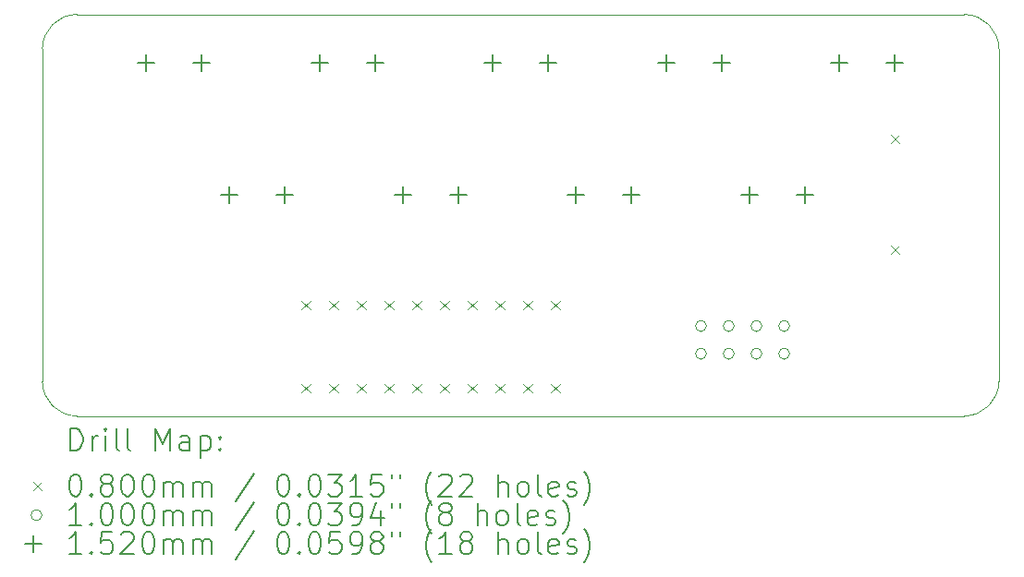
<source format=gbr>
%TF.GenerationSoftware,KiCad,Pcbnew,7.0.7*%
%TF.CreationDate,2023-09-28T15:42:40-05:00*%
%TF.ProjectId,iowa-rover-kiosk-lamps,696f7761-2d72-46f7-9665-722d6b696f73,rev?*%
%TF.SameCoordinates,Original*%
%TF.FileFunction,Drillmap*%
%TF.FilePolarity,Positive*%
%FSLAX45Y45*%
G04 Gerber Fmt 4.5, Leading zero omitted, Abs format (unit mm)*
G04 Created by KiCad (PCBNEW 7.0.7) date 2023-09-28 15:42:40*
%MOMM*%
%LPD*%
G01*
G04 APERTURE LIST*
%ADD10C,0.100000*%
%ADD11C,0.200000*%
%ADD12C,0.080000*%
%ADD13C,0.152000*%
G04 APERTURE END LIST*
D10*
X15875000Y-6667500D02*
G75*
G03*
X16192500Y-6350000I0J317500D01*
G01*
X16192500Y-3302000D02*
G75*
G03*
X15875000Y-2984500I-317500J0D01*
G01*
X15875000Y-2984500D02*
X7747000Y-2984500D01*
X7429500Y-6350000D02*
G75*
G03*
X7747000Y-6667500I317500J0D01*
G01*
X16192500Y-6350000D02*
X16192500Y-3302000D01*
X7747000Y-6667500D02*
X15875000Y-6667500D01*
X7747000Y-2984500D02*
G75*
G03*
X7429500Y-3302000I0J-317500D01*
G01*
X7429500Y-3302000D02*
X7429500Y-6350000D01*
D11*
D12*
X9802500Y-5611500D02*
X9882500Y-5691500D01*
X9882500Y-5611500D02*
X9802500Y-5691500D01*
X9802500Y-6373500D02*
X9882500Y-6453500D01*
X9882500Y-6373500D02*
X9802500Y-6453500D01*
X10056500Y-5611500D02*
X10136500Y-5691500D01*
X10136500Y-5611500D02*
X10056500Y-5691500D01*
X10056500Y-6373500D02*
X10136500Y-6453500D01*
X10136500Y-6373500D02*
X10056500Y-6453500D01*
X10310500Y-5611500D02*
X10390500Y-5691500D01*
X10390500Y-5611500D02*
X10310500Y-5691500D01*
X10310500Y-6373500D02*
X10390500Y-6453500D01*
X10390500Y-6373500D02*
X10310500Y-6453500D01*
X10564500Y-5611500D02*
X10644500Y-5691500D01*
X10644500Y-5611500D02*
X10564500Y-5691500D01*
X10564500Y-6373500D02*
X10644500Y-6453500D01*
X10644500Y-6373500D02*
X10564500Y-6453500D01*
X10818500Y-5611500D02*
X10898500Y-5691500D01*
X10898500Y-5611500D02*
X10818500Y-5691500D01*
X10818500Y-6373500D02*
X10898500Y-6453500D01*
X10898500Y-6373500D02*
X10818500Y-6453500D01*
X11072500Y-5611500D02*
X11152500Y-5691500D01*
X11152500Y-5611500D02*
X11072500Y-5691500D01*
X11072500Y-6373500D02*
X11152500Y-6453500D01*
X11152500Y-6373500D02*
X11072500Y-6453500D01*
X11326500Y-5611500D02*
X11406500Y-5691500D01*
X11406500Y-5611500D02*
X11326500Y-5691500D01*
X11326500Y-6373500D02*
X11406500Y-6453500D01*
X11406500Y-6373500D02*
X11326500Y-6453500D01*
X11580500Y-5611500D02*
X11660500Y-5691500D01*
X11660500Y-5611500D02*
X11580500Y-5691500D01*
X11580500Y-6373500D02*
X11660500Y-6453500D01*
X11660500Y-6373500D02*
X11580500Y-6453500D01*
X11834500Y-5611500D02*
X11914500Y-5691500D01*
X11914500Y-5611500D02*
X11834500Y-5691500D01*
X11834500Y-6373500D02*
X11914500Y-6453500D01*
X11914500Y-6373500D02*
X11834500Y-6453500D01*
X12088500Y-5611500D02*
X12168500Y-5691500D01*
X12168500Y-5611500D02*
X12088500Y-5691500D01*
X12088500Y-6373500D02*
X12168500Y-6453500D01*
X12168500Y-6373500D02*
X12088500Y-6453500D01*
X15200000Y-4087500D02*
X15280000Y-4167500D01*
X15280000Y-4087500D02*
X15200000Y-4167500D01*
X15200000Y-5103500D02*
X15280000Y-5183500D01*
X15280000Y-5103500D02*
X15200000Y-5183500D01*
D10*
X13513000Y-5842500D02*
G75*
G03*
X13513000Y-5842500I-50000J0D01*
G01*
X13513000Y-6096500D02*
G75*
G03*
X13513000Y-6096500I-50000J0D01*
G01*
X13767000Y-5842500D02*
G75*
G03*
X13767000Y-5842500I-50000J0D01*
G01*
X13767000Y-6096500D02*
G75*
G03*
X13767000Y-6096500I-50000J0D01*
G01*
X14021000Y-5842500D02*
G75*
G03*
X14021000Y-5842500I-50000J0D01*
G01*
X14021000Y-6096500D02*
G75*
G03*
X14021000Y-6096500I-50000J0D01*
G01*
X14275000Y-5842500D02*
G75*
G03*
X14275000Y-5842500I-50000J0D01*
G01*
X14275000Y-6096500D02*
G75*
G03*
X14275000Y-6096500I-50000J0D01*
G01*
D13*
X8382000Y-3353000D02*
X8382000Y-3505000D01*
X8306000Y-3429000D02*
X8458000Y-3429000D01*
X8890000Y-3353000D02*
X8890000Y-3505000D01*
X8814000Y-3429000D02*
X8966000Y-3429000D01*
X9144000Y-4559500D02*
X9144000Y-4711500D01*
X9068000Y-4635500D02*
X9220000Y-4635500D01*
X9652000Y-4559500D02*
X9652000Y-4711500D01*
X9576000Y-4635500D02*
X9728000Y-4635500D01*
X9969500Y-3353000D02*
X9969500Y-3505000D01*
X9893500Y-3429000D02*
X10045500Y-3429000D01*
X10477500Y-3353000D02*
X10477500Y-3505000D01*
X10401500Y-3429000D02*
X10553500Y-3429000D01*
X10731500Y-4559500D02*
X10731500Y-4711500D01*
X10655500Y-4635500D02*
X10807500Y-4635500D01*
X11239500Y-4559500D02*
X11239500Y-4711500D01*
X11163500Y-4635500D02*
X11315500Y-4635500D01*
X11557000Y-3353000D02*
X11557000Y-3505000D01*
X11481000Y-3429000D02*
X11633000Y-3429000D01*
X12065000Y-3353000D02*
X12065000Y-3505000D01*
X11989000Y-3429000D02*
X12141000Y-3429000D01*
X12319000Y-4559500D02*
X12319000Y-4711500D01*
X12243000Y-4635500D02*
X12395000Y-4635500D01*
X12827000Y-4559500D02*
X12827000Y-4711500D01*
X12751000Y-4635500D02*
X12903000Y-4635500D01*
X13144500Y-3353000D02*
X13144500Y-3505000D01*
X13068500Y-3429000D02*
X13220500Y-3429000D01*
X13652500Y-3353000D02*
X13652500Y-3505000D01*
X13576500Y-3429000D02*
X13728500Y-3429000D01*
X13906500Y-4559500D02*
X13906500Y-4711500D01*
X13830500Y-4635500D02*
X13982500Y-4635500D01*
X14414500Y-4559500D02*
X14414500Y-4711500D01*
X14338500Y-4635500D02*
X14490500Y-4635500D01*
X14732000Y-3353000D02*
X14732000Y-3505000D01*
X14656000Y-3429000D02*
X14808000Y-3429000D01*
X15240000Y-3353000D02*
X15240000Y-3505000D01*
X15164000Y-3429000D02*
X15316000Y-3429000D01*
D11*
X7685277Y-6983984D02*
X7685277Y-6783984D01*
X7685277Y-6783984D02*
X7732896Y-6783984D01*
X7732896Y-6783984D02*
X7761467Y-6793508D01*
X7761467Y-6793508D02*
X7780515Y-6812555D01*
X7780515Y-6812555D02*
X7790039Y-6831603D01*
X7790039Y-6831603D02*
X7799562Y-6869698D01*
X7799562Y-6869698D02*
X7799562Y-6898269D01*
X7799562Y-6898269D02*
X7790039Y-6936365D01*
X7790039Y-6936365D02*
X7780515Y-6955412D01*
X7780515Y-6955412D02*
X7761467Y-6974460D01*
X7761467Y-6974460D02*
X7732896Y-6983984D01*
X7732896Y-6983984D02*
X7685277Y-6983984D01*
X7885277Y-6983984D02*
X7885277Y-6850650D01*
X7885277Y-6888746D02*
X7894801Y-6869698D01*
X7894801Y-6869698D02*
X7904324Y-6860174D01*
X7904324Y-6860174D02*
X7923372Y-6850650D01*
X7923372Y-6850650D02*
X7942420Y-6850650D01*
X8009086Y-6983984D02*
X8009086Y-6850650D01*
X8009086Y-6783984D02*
X7999562Y-6793508D01*
X7999562Y-6793508D02*
X8009086Y-6803031D01*
X8009086Y-6803031D02*
X8018610Y-6793508D01*
X8018610Y-6793508D02*
X8009086Y-6783984D01*
X8009086Y-6783984D02*
X8009086Y-6803031D01*
X8132896Y-6983984D02*
X8113848Y-6974460D01*
X8113848Y-6974460D02*
X8104324Y-6955412D01*
X8104324Y-6955412D02*
X8104324Y-6783984D01*
X8237658Y-6983984D02*
X8218610Y-6974460D01*
X8218610Y-6974460D02*
X8209086Y-6955412D01*
X8209086Y-6955412D02*
X8209086Y-6783984D01*
X8466229Y-6983984D02*
X8466229Y-6783984D01*
X8466229Y-6783984D02*
X8532896Y-6926841D01*
X8532896Y-6926841D02*
X8599563Y-6783984D01*
X8599563Y-6783984D02*
X8599563Y-6983984D01*
X8780515Y-6983984D02*
X8780515Y-6879222D01*
X8780515Y-6879222D02*
X8770991Y-6860174D01*
X8770991Y-6860174D02*
X8751944Y-6850650D01*
X8751944Y-6850650D02*
X8713848Y-6850650D01*
X8713848Y-6850650D02*
X8694801Y-6860174D01*
X8780515Y-6974460D02*
X8761467Y-6983984D01*
X8761467Y-6983984D02*
X8713848Y-6983984D01*
X8713848Y-6983984D02*
X8694801Y-6974460D01*
X8694801Y-6974460D02*
X8685277Y-6955412D01*
X8685277Y-6955412D02*
X8685277Y-6936365D01*
X8685277Y-6936365D02*
X8694801Y-6917317D01*
X8694801Y-6917317D02*
X8713848Y-6907793D01*
X8713848Y-6907793D02*
X8761467Y-6907793D01*
X8761467Y-6907793D02*
X8780515Y-6898269D01*
X8875753Y-6850650D02*
X8875753Y-7050650D01*
X8875753Y-6860174D02*
X8894801Y-6850650D01*
X8894801Y-6850650D02*
X8932896Y-6850650D01*
X8932896Y-6850650D02*
X8951944Y-6860174D01*
X8951944Y-6860174D02*
X8961467Y-6869698D01*
X8961467Y-6869698D02*
X8970991Y-6888746D01*
X8970991Y-6888746D02*
X8970991Y-6945888D01*
X8970991Y-6945888D02*
X8961467Y-6964936D01*
X8961467Y-6964936D02*
X8951944Y-6974460D01*
X8951944Y-6974460D02*
X8932896Y-6983984D01*
X8932896Y-6983984D02*
X8894801Y-6983984D01*
X8894801Y-6983984D02*
X8875753Y-6974460D01*
X9056705Y-6964936D02*
X9066229Y-6974460D01*
X9066229Y-6974460D02*
X9056705Y-6983984D01*
X9056705Y-6983984D02*
X9047182Y-6974460D01*
X9047182Y-6974460D02*
X9056705Y-6964936D01*
X9056705Y-6964936D02*
X9056705Y-6983984D01*
X9056705Y-6860174D02*
X9066229Y-6869698D01*
X9066229Y-6869698D02*
X9056705Y-6879222D01*
X9056705Y-6879222D02*
X9047182Y-6869698D01*
X9047182Y-6869698D02*
X9056705Y-6860174D01*
X9056705Y-6860174D02*
X9056705Y-6879222D01*
D12*
X7344500Y-7272500D02*
X7424500Y-7352500D01*
X7424500Y-7272500D02*
X7344500Y-7352500D01*
D11*
X7723372Y-7203984D02*
X7742420Y-7203984D01*
X7742420Y-7203984D02*
X7761467Y-7213508D01*
X7761467Y-7213508D02*
X7770991Y-7223031D01*
X7770991Y-7223031D02*
X7780515Y-7242079D01*
X7780515Y-7242079D02*
X7790039Y-7280174D01*
X7790039Y-7280174D02*
X7790039Y-7327793D01*
X7790039Y-7327793D02*
X7780515Y-7365888D01*
X7780515Y-7365888D02*
X7770991Y-7384936D01*
X7770991Y-7384936D02*
X7761467Y-7394460D01*
X7761467Y-7394460D02*
X7742420Y-7403984D01*
X7742420Y-7403984D02*
X7723372Y-7403984D01*
X7723372Y-7403984D02*
X7704324Y-7394460D01*
X7704324Y-7394460D02*
X7694801Y-7384936D01*
X7694801Y-7384936D02*
X7685277Y-7365888D01*
X7685277Y-7365888D02*
X7675753Y-7327793D01*
X7675753Y-7327793D02*
X7675753Y-7280174D01*
X7675753Y-7280174D02*
X7685277Y-7242079D01*
X7685277Y-7242079D02*
X7694801Y-7223031D01*
X7694801Y-7223031D02*
X7704324Y-7213508D01*
X7704324Y-7213508D02*
X7723372Y-7203984D01*
X7875753Y-7384936D02*
X7885277Y-7394460D01*
X7885277Y-7394460D02*
X7875753Y-7403984D01*
X7875753Y-7403984D02*
X7866229Y-7394460D01*
X7866229Y-7394460D02*
X7875753Y-7384936D01*
X7875753Y-7384936D02*
X7875753Y-7403984D01*
X7999562Y-7289698D02*
X7980515Y-7280174D01*
X7980515Y-7280174D02*
X7970991Y-7270650D01*
X7970991Y-7270650D02*
X7961467Y-7251603D01*
X7961467Y-7251603D02*
X7961467Y-7242079D01*
X7961467Y-7242079D02*
X7970991Y-7223031D01*
X7970991Y-7223031D02*
X7980515Y-7213508D01*
X7980515Y-7213508D02*
X7999562Y-7203984D01*
X7999562Y-7203984D02*
X8037658Y-7203984D01*
X8037658Y-7203984D02*
X8056705Y-7213508D01*
X8056705Y-7213508D02*
X8066229Y-7223031D01*
X8066229Y-7223031D02*
X8075753Y-7242079D01*
X8075753Y-7242079D02*
X8075753Y-7251603D01*
X8075753Y-7251603D02*
X8066229Y-7270650D01*
X8066229Y-7270650D02*
X8056705Y-7280174D01*
X8056705Y-7280174D02*
X8037658Y-7289698D01*
X8037658Y-7289698D02*
X7999562Y-7289698D01*
X7999562Y-7289698D02*
X7980515Y-7299222D01*
X7980515Y-7299222D02*
X7970991Y-7308746D01*
X7970991Y-7308746D02*
X7961467Y-7327793D01*
X7961467Y-7327793D02*
X7961467Y-7365888D01*
X7961467Y-7365888D02*
X7970991Y-7384936D01*
X7970991Y-7384936D02*
X7980515Y-7394460D01*
X7980515Y-7394460D02*
X7999562Y-7403984D01*
X7999562Y-7403984D02*
X8037658Y-7403984D01*
X8037658Y-7403984D02*
X8056705Y-7394460D01*
X8056705Y-7394460D02*
X8066229Y-7384936D01*
X8066229Y-7384936D02*
X8075753Y-7365888D01*
X8075753Y-7365888D02*
X8075753Y-7327793D01*
X8075753Y-7327793D02*
X8066229Y-7308746D01*
X8066229Y-7308746D02*
X8056705Y-7299222D01*
X8056705Y-7299222D02*
X8037658Y-7289698D01*
X8199562Y-7203984D02*
X8218610Y-7203984D01*
X8218610Y-7203984D02*
X8237658Y-7213508D01*
X8237658Y-7213508D02*
X8247182Y-7223031D01*
X8247182Y-7223031D02*
X8256705Y-7242079D01*
X8256705Y-7242079D02*
X8266229Y-7280174D01*
X8266229Y-7280174D02*
X8266229Y-7327793D01*
X8266229Y-7327793D02*
X8256705Y-7365888D01*
X8256705Y-7365888D02*
X8247182Y-7384936D01*
X8247182Y-7384936D02*
X8237658Y-7394460D01*
X8237658Y-7394460D02*
X8218610Y-7403984D01*
X8218610Y-7403984D02*
X8199562Y-7403984D01*
X8199562Y-7403984D02*
X8180515Y-7394460D01*
X8180515Y-7394460D02*
X8170991Y-7384936D01*
X8170991Y-7384936D02*
X8161467Y-7365888D01*
X8161467Y-7365888D02*
X8151943Y-7327793D01*
X8151943Y-7327793D02*
X8151943Y-7280174D01*
X8151943Y-7280174D02*
X8161467Y-7242079D01*
X8161467Y-7242079D02*
X8170991Y-7223031D01*
X8170991Y-7223031D02*
X8180515Y-7213508D01*
X8180515Y-7213508D02*
X8199562Y-7203984D01*
X8390039Y-7203984D02*
X8409086Y-7203984D01*
X8409086Y-7203984D02*
X8428134Y-7213508D01*
X8428134Y-7213508D02*
X8437658Y-7223031D01*
X8437658Y-7223031D02*
X8447182Y-7242079D01*
X8447182Y-7242079D02*
X8456705Y-7280174D01*
X8456705Y-7280174D02*
X8456705Y-7327793D01*
X8456705Y-7327793D02*
X8447182Y-7365888D01*
X8447182Y-7365888D02*
X8437658Y-7384936D01*
X8437658Y-7384936D02*
X8428134Y-7394460D01*
X8428134Y-7394460D02*
X8409086Y-7403984D01*
X8409086Y-7403984D02*
X8390039Y-7403984D01*
X8390039Y-7403984D02*
X8370991Y-7394460D01*
X8370991Y-7394460D02*
X8361467Y-7384936D01*
X8361467Y-7384936D02*
X8351943Y-7365888D01*
X8351943Y-7365888D02*
X8342420Y-7327793D01*
X8342420Y-7327793D02*
X8342420Y-7280174D01*
X8342420Y-7280174D02*
X8351943Y-7242079D01*
X8351943Y-7242079D02*
X8361467Y-7223031D01*
X8361467Y-7223031D02*
X8370991Y-7213508D01*
X8370991Y-7213508D02*
X8390039Y-7203984D01*
X8542420Y-7403984D02*
X8542420Y-7270650D01*
X8542420Y-7289698D02*
X8551944Y-7280174D01*
X8551944Y-7280174D02*
X8570991Y-7270650D01*
X8570991Y-7270650D02*
X8599563Y-7270650D01*
X8599563Y-7270650D02*
X8618610Y-7280174D01*
X8618610Y-7280174D02*
X8628134Y-7299222D01*
X8628134Y-7299222D02*
X8628134Y-7403984D01*
X8628134Y-7299222D02*
X8637658Y-7280174D01*
X8637658Y-7280174D02*
X8656705Y-7270650D01*
X8656705Y-7270650D02*
X8685277Y-7270650D01*
X8685277Y-7270650D02*
X8704325Y-7280174D01*
X8704325Y-7280174D02*
X8713848Y-7299222D01*
X8713848Y-7299222D02*
X8713848Y-7403984D01*
X8809086Y-7403984D02*
X8809086Y-7270650D01*
X8809086Y-7289698D02*
X8818610Y-7280174D01*
X8818610Y-7280174D02*
X8837658Y-7270650D01*
X8837658Y-7270650D02*
X8866229Y-7270650D01*
X8866229Y-7270650D02*
X8885277Y-7280174D01*
X8885277Y-7280174D02*
X8894801Y-7299222D01*
X8894801Y-7299222D02*
X8894801Y-7403984D01*
X8894801Y-7299222D02*
X8904325Y-7280174D01*
X8904325Y-7280174D02*
X8923372Y-7270650D01*
X8923372Y-7270650D02*
X8951944Y-7270650D01*
X8951944Y-7270650D02*
X8970991Y-7280174D01*
X8970991Y-7280174D02*
X8980515Y-7299222D01*
X8980515Y-7299222D02*
X8980515Y-7403984D01*
X9370991Y-7194460D02*
X9199563Y-7451603D01*
X9628134Y-7203984D02*
X9647182Y-7203984D01*
X9647182Y-7203984D02*
X9666229Y-7213508D01*
X9666229Y-7213508D02*
X9675753Y-7223031D01*
X9675753Y-7223031D02*
X9685277Y-7242079D01*
X9685277Y-7242079D02*
X9694801Y-7280174D01*
X9694801Y-7280174D02*
X9694801Y-7327793D01*
X9694801Y-7327793D02*
X9685277Y-7365888D01*
X9685277Y-7365888D02*
X9675753Y-7384936D01*
X9675753Y-7384936D02*
X9666229Y-7394460D01*
X9666229Y-7394460D02*
X9647182Y-7403984D01*
X9647182Y-7403984D02*
X9628134Y-7403984D01*
X9628134Y-7403984D02*
X9609087Y-7394460D01*
X9609087Y-7394460D02*
X9599563Y-7384936D01*
X9599563Y-7384936D02*
X9590039Y-7365888D01*
X9590039Y-7365888D02*
X9580515Y-7327793D01*
X9580515Y-7327793D02*
X9580515Y-7280174D01*
X9580515Y-7280174D02*
X9590039Y-7242079D01*
X9590039Y-7242079D02*
X9599563Y-7223031D01*
X9599563Y-7223031D02*
X9609087Y-7213508D01*
X9609087Y-7213508D02*
X9628134Y-7203984D01*
X9780515Y-7384936D02*
X9790039Y-7394460D01*
X9790039Y-7394460D02*
X9780515Y-7403984D01*
X9780515Y-7403984D02*
X9770991Y-7394460D01*
X9770991Y-7394460D02*
X9780515Y-7384936D01*
X9780515Y-7384936D02*
X9780515Y-7403984D01*
X9913848Y-7203984D02*
X9932896Y-7203984D01*
X9932896Y-7203984D02*
X9951944Y-7213508D01*
X9951944Y-7213508D02*
X9961468Y-7223031D01*
X9961468Y-7223031D02*
X9970991Y-7242079D01*
X9970991Y-7242079D02*
X9980515Y-7280174D01*
X9980515Y-7280174D02*
X9980515Y-7327793D01*
X9980515Y-7327793D02*
X9970991Y-7365888D01*
X9970991Y-7365888D02*
X9961468Y-7384936D01*
X9961468Y-7384936D02*
X9951944Y-7394460D01*
X9951944Y-7394460D02*
X9932896Y-7403984D01*
X9932896Y-7403984D02*
X9913848Y-7403984D01*
X9913848Y-7403984D02*
X9894801Y-7394460D01*
X9894801Y-7394460D02*
X9885277Y-7384936D01*
X9885277Y-7384936D02*
X9875753Y-7365888D01*
X9875753Y-7365888D02*
X9866229Y-7327793D01*
X9866229Y-7327793D02*
X9866229Y-7280174D01*
X9866229Y-7280174D02*
X9875753Y-7242079D01*
X9875753Y-7242079D02*
X9885277Y-7223031D01*
X9885277Y-7223031D02*
X9894801Y-7213508D01*
X9894801Y-7213508D02*
X9913848Y-7203984D01*
X10047182Y-7203984D02*
X10170991Y-7203984D01*
X10170991Y-7203984D02*
X10104325Y-7280174D01*
X10104325Y-7280174D02*
X10132896Y-7280174D01*
X10132896Y-7280174D02*
X10151944Y-7289698D01*
X10151944Y-7289698D02*
X10161468Y-7299222D01*
X10161468Y-7299222D02*
X10170991Y-7318269D01*
X10170991Y-7318269D02*
X10170991Y-7365888D01*
X10170991Y-7365888D02*
X10161468Y-7384936D01*
X10161468Y-7384936D02*
X10151944Y-7394460D01*
X10151944Y-7394460D02*
X10132896Y-7403984D01*
X10132896Y-7403984D02*
X10075753Y-7403984D01*
X10075753Y-7403984D02*
X10056706Y-7394460D01*
X10056706Y-7394460D02*
X10047182Y-7384936D01*
X10361468Y-7403984D02*
X10247182Y-7403984D01*
X10304325Y-7403984D02*
X10304325Y-7203984D01*
X10304325Y-7203984D02*
X10285277Y-7232555D01*
X10285277Y-7232555D02*
X10266229Y-7251603D01*
X10266229Y-7251603D02*
X10247182Y-7261127D01*
X10542420Y-7203984D02*
X10447182Y-7203984D01*
X10447182Y-7203984D02*
X10437658Y-7299222D01*
X10437658Y-7299222D02*
X10447182Y-7289698D01*
X10447182Y-7289698D02*
X10466229Y-7280174D01*
X10466229Y-7280174D02*
X10513849Y-7280174D01*
X10513849Y-7280174D02*
X10532896Y-7289698D01*
X10532896Y-7289698D02*
X10542420Y-7299222D01*
X10542420Y-7299222D02*
X10551944Y-7318269D01*
X10551944Y-7318269D02*
X10551944Y-7365888D01*
X10551944Y-7365888D02*
X10542420Y-7384936D01*
X10542420Y-7384936D02*
X10532896Y-7394460D01*
X10532896Y-7394460D02*
X10513849Y-7403984D01*
X10513849Y-7403984D02*
X10466229Y-7403984D01*
X10466229Y-7403984D02*
X10447182Y-7394460D01*
X10447182Y-7394460D02*
X10437658Y-7384936D01*
X10628134Y-7203984D02*
X10628134Y-7242079D01*
X10704325Y-7203984D02*
X10704325Y-7242079D01*
X10999563Y-7480174D02*
X10990039Y-7470650D01*
X10990039Y-7470650D02*
X10970991Y-7442079D01*
X10970991Y-7442079D02*
X10961468Y-7423031D01*
X10961468Y-7423031D02*
X10951944Y-7394460D01*
X10951944Y-7394460D02*
X10942420Y-7346841D01*
X10942420Y-7346841D02*
X10942420Y-7308746D01*
X10942420Y-7308746D02*
X10951944Y-7261127D01*
X10951944Y-7261127D02*
X10961468Y-7232555D01*
X10961468Y-7232555D02*
X10970991Y-7213508D01*
X10970991Y-7213508D02*
X10990039Y-7184936D01*
X10990039Y-7184936D02*
X10999563Y-7175412D01*
X11066230Y-7223031D02*
X11075753Y-7213508D01*
X11075753Y-7213508D02*
X11094801Y-7203984D01*
X11094801Y-7203984D02*
X11142420Y-7203984D01*
X11142420Y-7203984D02*
X11161468Y-7213508D01*
X11161468Y-7213508D02*
X11170991Y-7223031D01*
X11170991Y-7223031D02*
X11180515Y-7242079D01*
X11180515Y-7242079D02*
X11180515Y-7261127D01*
X11180515Y-7261127D02*
X11170991Y-7289698D01*
X11170991Y-7289698D02*
X11056706Y-7403984D01*
X11056706Y-7403984D02*
X11180515Y-7403984D01*
X11256706Y-7223031D02*
X11266229Y-7213508D01*
X11266229Y-7213508D02*
X11285277Y-7203984D01*
X11285277Y-7203984D02*
X11332896Y-7203984D01*
X11332896Y-7203984D02*
X11351944Y-7213508D01*
X11351944Y-7213508D02*
X11361468Y-7223031D01*
X11361468Y-7223031D02*
X11370991Y-7242079D01*
X11370991Y-7242079D02*
X11370991Y-7261127D01*
X11370991Y-7261127D02*
X11361468Y-7289698D01*
X11361468Y-7289698D02*
X11247182Y-7403984D01*
X11247182Y-7403984D02*
X11370991Y-7403984D01*
X11609087Y-7403984D02*
X11609087Y-7203984D01*
X11694801Y-7403984D02*
X11694801Y-7299222D01*
X11694801Y-7299222D02*
X11685277Y-7280174D01*
X11685277Y-7280174D02*
X11666230Y-7270650D01*
X11666230Y-7270650D02*
X11637658Y-7270650D01*
X11637658Y-7270650D02*
X11618610Y-7280174D01*
X11618610Y-7280174D02*
X11609087Y-7289698D01*
X11818610Y-7403984D02*
X11799563Y-7394460D01*
X11799563Y-7394460D02*
X11790039Y-7384936D01*
X11790039Y-7384936D02*
X11780515Y-7365888D01*
X11780515Y-7365888D02*
X11780515Y-7308746D01*
X11780515Y-7308746D02*
X11790039Y-7289698D01*
X11790039Y-7289698D02*
X11799563Y-7280174D01*
X11799563Y-7280174D02*
X11818610Y-7270650D01*
X11818610Y-7270650D02*
X11847182Y-7270650D01*
X11847182Y-7270650D02*
X11866230Y-7280174D01*
X11866230Y-7280174D02*
X11875753Y-7289698D01*
X11875753Y-7289698D02*
X11885277Y-7308746D01*
X11885277Y-7308746D02*
X11885277Y-7365888D01*
X11885277Y-7365888D02*
X11875753Y-7384936D01*
X11875753Y-7384936D02*
X11866230Y-7394460D01*
X11866230Y-7394460D02*
X11847182Y-7403984D01*
X11847182Y-7403984D02*
X11818610Y-7403984D01*
X11999563Y-7403984D02*
X11980515Y-7394460D01*
X11980515Y-7394460D02*
X11970991Y-7375412D01*
X11970991Y-7375412D02*
X11970991Y-7203984D01*
X12151944Y-7394460D02*
X12132896Y-7403984D01*
X12132896Y-7403984D02*
X12094801Y-7403984D01*
X12094801Y-7403984D02*
X12075753Y-7394460D01*
X12075753Y-7394460D02*
X12066230Y-7375412D01*
X12066230Y-7375412D02*
X12066230Y-7299222D01*
X12066230Y-7299222D02*
X12075753Y-7280174D01*
X12075753Y-7280174D02*
X12094801Y-7270650D01*
X12094801Y-7270650D02*
X12132896Y-7270650D01*
X12132896Y-7270650D02*
X12151944Y-7280174D01*
X12151944Y-7280174D02*
X12161468Y-7299222D01*
X12161468Y-7299222D02*
X12161468Y-7318269D01*
X12161468Y-7318269D02*
X12066230Y-7337317D01*
X12237658Y-7394460D02*
X12256706Y-7403984D01*
X12256706Y-7403984D02*
X12294801Y-7403984D01*
X12294801Y-7403984D02*
X12313849Y-7394460D01*
X12313849Y-7394460D02*
X12323372Y-7375412D01*
X12323372Y-7375412D02*
X12323372Y-7365888D01*
X12323372Y-7365888D02*
X12313849Y-7346841D01*
X12313849Y-7346841D02*
X12294801Y-7337317D01*
X12294801Y-7337317D02*
X12266230Y-7337317D01*
X12266230Y-7337317D02*
X12247182Y-7327793D01*
X12247182Y-7327793D02*
X12237658Y-7308746D01*
X12237658Y-7308746D02*
X12237658Y-7299222D01*
X12237658Y-7299222D02*
X12247182Y-7280174D01*
X12247182Y-7280174D02*
X12266230Y-7270650D01*
X12266230Y-7270650D02*
X12294801Y-7270650D01*
X12294801Y-7270650D02*
X12313849Y-7280174D01*
X12390039Y-7480174D02*
X12399563Y-7470650D01*
X12399563Y-7470650D02*
X12418611Y-7442079D01*
X12418611Y-7442079D02*
X12428134Y-7423031D01*
X12428134Y-7423031D02*
X12437658Y-7394460D01*
X12437658Y-7394460D02*
X12447182Y-7346841D01*
X12447182Y-7346841D02*
X12447182Y-7308746D01*
X12447182Y-7308746D02*
X12437658Y-7261127D01*
X12437658Y-7261127D02*
X12428134Y-7232555D01*
X12428134Y-7232555D02*
X12418611Y-7213508D01*
X12418611Y-7213508D02*
X12399563Y-7184936D01*
X12399563Y-7184936D02*
X12390039Y-7175412D01*
D10*
X7424500Y-7576500D02*
G75*
G03*
X7424500Y-7576500I-50000J0D01*
G01*
D11*
X7790039Y-7667984D02*
X7675753Y-7667984D01*
X7732896Y-7667984D02*
X7732896Y-7467984D01*
X7732896Y-7467984D02*
X7713848Y-7496555D01*
X7713848Y-7496555D02*
X7694801Y-7515603D01*
X7694801Y-7515603D02*
X7675753Y-7525127D01*
X7875753Y-7648936D02*
X7885277Y-7658460D01*
X7885277Y-7658460D02*
X7875753Y-7667984D01*
X7875753Y-7667984D02*
X7866229Y-7658460D01*
X7866229Y-7658460D02*
X7875753Y-7648936D01*
X7875753Y-7648936D02*
X7875753Y-7667984D01*
X8009086Y-7467984D02*
X8028134Y-7467984D01*
X8028134Y-7467984D02*
X8047182Y-7477508D01*
X8047182Y-7477508D02*
X8056705Y-7487031D01*
X8056705Y-7487031D02*
X8066229Y-7506079D01*
X8066229Y-7506079D02*
X8075753Y-7544174D01*
X8075753Y-7544174D02*
X8075753Y-7591793D01*
X8075753Y-7591793D02*
X8066229Y-7629888D01*
X8066229Y-7629888D02*
X8056705Y-7648936D01*
X8056705Y-7648936D02*
X8047182Y-7658460D01*
X8047182Y-7658460D02*
X8028134Y-7667984D01*
X8028134Y-7667984D02*
X8009086Y-7667984D01*
X8009086Y-7667984D02*
X7990039Y-7658460D01*
X7990039Y-7658460D02*
X7980515Y-7648936D01*
X7980515Y-7648936D02*
X7970991Y-7629888D01*
X7970991Y-7629888D02*
X7961467Y-7591793D01*
X7961467Y-7591793D02*
X7961467Y-7544174D01*
X7961467Y-7544174D02*
X7970991Y-7506079D01*
X7970991Y-7506079D02*
X7980515Y-7487031D01*
X7980515Y-7487031D02*
X7990039Y-7477508D01*
X7990039Y-7477508D02*
X8009086Y-7467984D01*
X8199562Y-7467984D02*
X8218610Y-7467984D01*
X8218610Y-7467984D02*
X8237658Y-7477508D01*
X8237658Y-7477508D02*
X8247182Y-7487031D01*
X8247182Y-7487031D02*
X8256705Y-7506079D01*
X8256705Y-7506079D02*
X8266229Y-7544174D01*
X8266229Y-7544174D02*
X8266229Y-7591793D01*
X8266229Y-7591793D02*
X8256705Y-7629888D01*
X8256705Y-7629888D02*
X8247182Y-7648936D01*
X8247182Y-7648936D02*
X8237658Y-7658460D01*
X8237658Y-7658460D02*
X8218610Y-7667984D01*
X8218610Y-7667984D02*
X8199562Y-7667984D01*
X8199562Y-7667984D02*
X8180515Y-7658460D01*
X8180515Y-7658460D02*
X8170991Y-7648936D01*
X8170991Y-7648936D02*
X8161467Y-7629888D01*
X8161467Y-7629888D02*
X8151943Y-7591793D01*
X8151943Y-7591793D02*
X8151943Y-7544174D01*
X8151943Y-7544174D02*
X8161467Y-7506079D01*
X8161467Y-7506079D02*
X8170991Y-7487031D01*
X8170991Y-7487031D02*
X8180515Y-7477508D01*
X8180515Y-7477508D02*
X8199562Y-7467984D01*
X8390039Y-7467984D02*
X8409086Y-7467984D01*
X8409086Y-7467984D02*
X8428134Y-7477508D01*
X8428134Y-7477508D02*
X8437658Y-7487031D01*
X8437658Y-7487031D02*
X8447182Y-7506079D01*
X8447182Y-7506079D02*
X8456705Y-7544174D01*
X8456705Y-7544174D02*
X8456705Y-7591793D01*
X8456705Y-7591793D02*
X8447182Y-7629888D01*
X8447182Y-7629888D02*
X8437658Y-7648936D01*
X8437658Y-7648936D02*
X8428134Y-7658460D01*
X8428134Y-7658460D02*
X8409086Y-7667984D01*
X8409086Y-7667984D02*
X8390039Y-7667984D01*
X8390039Y-7667984D02*
X8370991Y-7658460D01*
X8370991Y-7658460D02*
X8361467Y-7648936D01*
X8361467Y-7648936D02*
X8351943Y-7629888D01*
X8351943Y-7629888D02*
X8342420Y-7591793D01*
X8342420Y-7591793D02*
X8342420Y-7544174D01*
X8342420Y-7544174D02*
X8351943Y-7506079D01*
X8351943Y-7506079D02*
X8361467Y-7487031D01*
X8361467Y-7487031D02*
X8370991Y-7477508D01*
X8370991Y-7477508D02*
X8390039Y-7467984D01*
X8542420Y-7667984D02*
X8542420Y-7534650D01*
X8542420Y-7553698D02*
X8551944Y-7544174D01*
X8551944Y-7544174D02*
X8570991Y-7534650D01*
X8570991Y-7534650D02*
X8599563Y-7534650D01*
X8599563Y-7534650D02*
X8618610Y-7544174D01*
X8618610Y-7544174D02*
X8628134Y-7563222D01*
X8628134Y-7563222D02*
X8628134Y-7667984D01*
X8628134Y-7563222D02*
X8637658Y-7544174D01*
X8637658Y-7544174D02*
X8656705Y-7534650D01*
X8656705Y-7534650D02*
X8685277Y-7534650D01*
X8685277Y-7534650D02*
X8704325Y-7544174D01*
X8704325Y-7544174D02*
X8713848Y-7563222D01*
X8713848Y-7563222D02*
X8713848Y-7667984D01*
X8809086Y-7667984D02*
X8809086Y-7534650D01*
X8809086Y-7553698D02*
X8818610Y-7544174D01*
X8818610Y-7544174D02*
X8837658Y-7534650D01*
X8837658Y-7534650D02*
X8866229Y-7534650D01*
X8866229Y-7534650D02*
X8885277Y-7544174D01*
X8885277Y-7544174D02*
X8894801Y-7563222D01*
X8894801Y-7563222D02*
X8894801Y-7667984D01*
X8894801Y-7563222D02*
X8904325Y-7544174D01*
X8904325Y-7544174D02*
X8923372Y-7534650D01*
X8923372Y-7534650D02*
X8951944Y-7534650D01*
X8951944Y-7534650D02*
X8970991Y-7544174D01*
X8970991Y-7544174D02*
X8980515Y-7563222D01*
X8980515Y-7563222D02*
X8980515Y-7667984D01*
X9370991Y-7458460D02*
X9199563Y-7715603D01*
X9628134Y-7467984D02*
X9647182Y-7467984D01*
X9647182Y-7467984D02*
X9666229Y-7477508D01*
X9666229Y-7477508D02*
X9675753Y-7487031D01*
X9675753Y-7487031D02*
X9685277Y-7506079D01*
X9685277Y-7506079D02*
X9694801Y-7544174D01*
X9694801Y-7544174D02*
X9694801Y-7591793D01*
X9694801Y-7591793D02*
X9685277Y-7629888D01*
X9685277Y-7629888D02*
X9675753Y-7648936D01*
X9675753Y-7648936D02*
X9666229Y-7658460D01*
X9666229Y-7658460D02*
X9647182Y-7667984D01*
X9647182Y-7667984D02*
X9628134Y-7667984D01*
X9628134Y-7667984D02*
X9609087Y-7658460D01*
X9609087Y-7658460D02*
X9599563Y-7648936D01*
X9599563Y-7648936D02*
X9590039Y-7629888D01*
X9590039Y-7629888D02*
X9580515Y-7591793D01*
X9580515Y-7591793D02*
X9580515Y-7544174D01*
X9580515Y-7544174D02*
X9590039Y-7506079D01*
X9590039Y-7506079D02*
X9599563Y-7487031D01*
X9599563Y-7487031D02*
X9609087Y-7477508D01*
X9609087Y-7477508D02*
X9628134Y-7467984D01*
X9780515Y-7648936D02*
X9790039Y-7658460D01*
X9790039Y-7658460D02*
X9780515Y-7667984D01*
X9780515Y-7667984D02*
X9770991Y-7658460D01*
X9770991Y-7658460D02*
X9780515Y-7648936D01*
X9780515Y-7648936D02*
X9780515Y-7667984D01*
X9913848Y-7467984D02*
X9932896Y-7467984D01*
X9932896Y-7467984D02*
X9951944Y-7477508D01*
X9951944Y-7477508D02*
X9961468Y-7487031D01*
X9961468Y-7487031D02*
X9970991Y-7506079D01*
X9970991Y-7506079D02*
X9980515Y-7544174D01*
X9980515Y-7544174D02*
X9980515Y-7591793D01*
X9980515Y-7591793D02*
X9970991Y-7629888D01*
X9970991Y-7629888D02*
X9961468Y-7648936D01*
X9961468Y-7648936D02*
X9951944Y-7658460D01*
X9951944Y-7658460D02*
X9932896Y-7667984D01*
X9932896Y-7667984D02*
X9913848Y-7667984D01*
X9913848Y-7667984D02*
X9894801Y-7658460D01*
X9894801Y-7658460D02*
X9885277Y-7648936D01*
X9885277Y-7648936D02*
X9875753Y-7629888D01*
X9875753Y-7629888D02*
X9866229Y-7591793D01*
X9866229Y-7591793D02*
X9866229Y-7544174D01*
X9866229Y-7544174D02*
X9875753Y-7506079D01*
X9875753Y-7506079D02*
X9885277Y-7487031D01*
X9885277Y-7487031D02*
X9894801Y-7477508D01*
X9894801Y-7477508D02*
X9913848Y-7467984D01*
X10047182Y-7467984D02*
X10170991Y-7467984D01*
X10170991Y-7467984D02*
X10104325Y-7544174D01*
X10104325Y-7544174D02*
X10132896Y-7544174D01*
X10132896Y-7544174D02*
X10151944Y-7553698D01*
X10151944Y-7553698D02*
X10161468Y-7563222D01*
X10161468Y-7563222D02*
X10170991Y-7582269D01*
X10170991Y-7582269D02*
X10170991Y-7629888D01*
X10170991Y-7629888D02*
X10161468Y-7648936D01*
X10161468Y-7648936D02*
X10151944Y-7658460D01*
X10151944Y-7658460D02*
X10132896Y-7667984D01*
X10132896Y-7667984D02*
X10075753Y-7667984D01*
X10075753Y-7667984D02*
X10056706Y-7658460D01*
X10056706Y-7658460D02*
X10047182Y-7648936D01*
X10266229Y-7667984D02*
X10304325Y-7667984D01*
X10304325Y-7667984D02*
X10323372Y-7658460D01*
X10323372Y-7658460D02*
X10332896Y-7648936D01*
X10332896Y-7648936D02*
X10351944Y-7620365D01*
X10351944Y-7620365D02*
X10361468Y-7582269D01*
X10361468Y-7582269D02*
X10361468Y-7506079D01*
X10361468Y-7506079D02*
X10351944Y-7487031D01*
X10351944Y-7487031D02*
X10342420Y-7477508D01*
X10342420Y-7477508D02*
X10323372Y-7467984D01*
X10323372Y-7467984D02*
X10285277Y-7467984D01*
X10285277Y-7467984D02*
X10266229Y-7477508D01*
X10266229Y-7477508D02*
X10256706Y-7487031D01*
X10256706Y-7487031D02*
X10247182Y-7506079D01*
X10247182Y-7506079D02*
X10247182Y-7553698D01*
X10247182Y-7553698D02*
X10256706Y-7572746D01*
X10256706Y-7572746D02*
X10266229Y-7582269D01*
X10266229Y-7582269D02*
X10285277Y-7591793D01*
X10285277Y-7591793D02*
X10323372Y-7591793D01*
X10323372Y-7591793D02*
X10342420Y-7582269D01*
X10342420Y-7582269D02*
X10351944Y-7572746D01*
X10351944Y-7572746D02*
X10361468Y-7553698D01*
X10532896Y-7534650D02*
X10532896Y-7667984D01*
X10485277Y-7458460D02*
X10437658Y-7601317D01*
X10437658Y-7601317D02*
X10561468Y-7601317D01*
X10628134Y-7467984D02*
X10628134Y-7506079D01*
X10704325Y-7467984D02*
X10704325Y-7506079D01*
X10999563Y-7744174D02*
X10990039Y-7734650D01*
X10990039Y-7734650D02*
X10970991Y-7706079D01*
X10970991Y-7706079D02*
X10961468Y-7687031D01*
X10961468Y-7687031D02*
X10951944Y-7658460D01*
X10951944Y-7658460D02*
X10942420Y-7610841D01*
X10942420Y-7610841D02*
X10942420Y-7572746D01*
X10942420Y-7572746D02*
X10951944Y-7525127D01*
X10951944Y-7525127D02*
X10961468Y-7496555D01*
X10961468Y-7496555D02*
X10970991Y-7477508D01*
X10970991Y-7477508D02*
X10990039Y-7448936D01*
X10990039Y-7448936D02*
X10999563Y-7439412D01*
X11104325Y-7553698D02*
X11085277Y-7544174D01*
X11085277Y-7544174D02*
X11075753Y-7534650D01*
X11075753Y-7534650D02*
X11066230Y-7515603D01*
X11066230Y-7515603D02*
X11066230Y-7506079D01*
X11066230Y-7506079D02*
X11075753Y-7487031D01*
X11075753Y-7487031D02*
X11085277Y-7477508D01*
X11085277Y-7477508D02*
X11104325Y-7467984D01*
X11104325Y-7467984D02*
X11142420Y-7467984D01*
X11142420Y-7467984D02*
X11161468Y-7477508D01*
X11161468Y-7477508D02*
X11170991Y-7487031D01*
X11170991Y-7487031D02*
X11180515Y-7506079D01*
X11180515Y-7506079D02*
X11180515Y-7515603D01*
X11180515Y-7515603D02*
X11170991Y-7534650D01*
X11170991Y-7534650D02*
X11161468Y-7544174D01*
X11161468Y-7544174D02*
X11142420Y-7553698D01*
X11142420Y-7553698D02*
X11104325Y-7553698D01*
X11104325Y-7553698D02*
X11085277Y-7563222D01*
X11085277Y-7563222D02*
X11075753Y-7572746D01*
X11075753Y-7572746D02*
X11066230Y-7591793D01*
X11066230Y-7591793D02*
X11066230Y-7629888D01*
X11066230Y-7629888D02*
X11075753Y-7648936D01*
X11075753Y-7648936D02*
X11085277Y-7658460D01*
X11085277Y-7658460D02*
X11104325Y-7667984D01*
X11104325Y-7667984D02*
X11142420Y-7667984D01*
X11142420Y-7667984D02*
X11161468Y-7658460D01*
X11161468Y-7658460D02*
X11170991Y-7648936D01*
X11170991Y-7648936D02*
X11180515Y-7629888D01*
X11180515Y-7629888D02*
X11180515Y-7591793D01*
X11180515Y-7591793D02*
X11170991Y-7572746D01*
X11170991Y-7572746D02*
X11161468Y-7563222D01*
X11161468Y-7563222D02*
X11142420Y-7553698D01*
X11418610Y-7667984D02*
X11418610Y-7467984D01*
X11504325Y-7667984D02*
X11504325Y-7563222D01*
X11504325Y-7563222D02*
X11494801Y-7544174D01*
X11494801Y-7544174D02*
X11475753Y-7534650D01*
X11475753Y-7534650D02*
X11447182Y-7534650D01*
X11447182Y-7534650D02*
X11428134Y-7544174D01*
X11428134Y-7544174D02*
X11418610Y-7553698D01*
X11628134Y-7667984D02*
X11609087Y-7658460D01*
X11609087Y-7658460D02*
X11599563Y-7648936D01*
X11599563Y-7648936D02*
X11590039Y-7629888D01*
X11590039Y-7629888D02*
X11590039Y-7572746D01*
X11590039Y-7572746D02*
X11599563Y-7553698D01*
X11599563Y-7553698D02*
X11609087Y-7544174D01*
X11609087Y-7544174D02*
X11628134Y-7534650D01*
X11628134Y-7534650D02*
X11656706Y-7534650D01*
X11656706Y-7534650D02*
X11675753Y-7544174D01*
X11675753Y-7544174D02*
X11685277Y-7553698D01*
X11685277Y-7553698D02*
X11694801Y-7572746D01*
X11694801Y-7572746D02*
X11694801Y-7629888D01*
X11694801Y-7629888D02*
X11685277Y-7648936D01*
X11685277Y-7648936D02*
X11675753Y-7658460D01*
X11675753Y-7658460D02*
X11656706Y-7667984D01*
X11656706Y-7667984D02*
X11628134Y-7667984D01*
X11809087Y-7667984D02*
X11790039Y-7658460D01*
X11790039Y-7658460D02*
X11780515Y-7639412D01*
X11780515Y-7639412D02*
X11780515Y-7467984D01*
X11961468Y-7658460D02*
X11942420Y-7667984D01*
X11942420Y-7667984D02*
X11904325Y-7667984D01*
X11904325Y-7667984D02*
X11885277Y-7658460D01*
X11885277Y-7658460D02*
X11875753Y-7639412D01*
X11875753Y-7639412D02*
X11875753Y-7563222D01*
X11875753Y-7563222D02*
X11885277Y-7544174D01*
X11885277Y-7544174D02*
X11904325Y-7534650D01*
X11904325Y-7534650D02*
X11942420Y-7534650D01*
X11942420Y-7534650D02*
X11961468Y-7544174D01*
X11961468Y-7544174D02*
X11970991Y-7563222D01*
X11970991Y-7563222D02*
X11970991Y-7582269D01*
X11970991Y-7582269D02*
X11875753Y-7601317D01*
X12047182Y-7658460D02*
X12066230Y-7667984D01*
X12066230Y-7667984D02*
X12104325Y-7667984D01*
X12104325Y-7667984D02*
X12123372Y-7658460D01*
X12123372Y-7658460D02*
X12132896Y-7639412D01*
X12132896Y-7639412D02*
X12132896Y-7629888D01*
X12132896Y-7629888D02*
X12123372Y-7610841D01*
X12123372Y-7610841D02*
X12104325Y-7601317D01*
X12104325Y-7601317D02*
X12075753Y-7601317D01*
X12075753Y-7601317D02*
X12056706Y-7591793D01*
X12056706Y-7591793D02*
X12047182Y-7572746D01*
X12047182Y-7572746D02*
X12047182Y-7563222D01*
X12047182Y-7563222D02*
X12056706Y-7544174D01*
X12056706Y-7544174D02*
X12075753Y-7534650D01*
X12075753Y-7534650D02*
X12104325Y-7534650D01*
X12104325Y-7534650D02*
X12123372Y-7544174D01*
X12199563Y-7744174D02*
X12209087Y-7734650D01*
X12209087Y-7734650D02*
X12228134Y-7706079D01*
X12228134Y-7706079D02*
X12237658Y-7687031D01*
X12237658Y-7687031D02*
X12247182Y-7658460D01*
X12247182Y-7658460D02*
X12256706Y-7610841D01*
X12256706Y-7610841D02*
X12256706Y-7572746D01*
X12256706Y-7572746D02*
X12247182Y-7525127D01*
X12247182Y-7525127D02*
X12237658Y-7496555D01*
X12237658Y-7496555D02*
X12228134Y-7477508D01*
X12228134Y-7477508D02*
X12209087Y-7448936D01*
X12209087Y-7448936D02*
X12199563Y-7439412D01*
D13*
X7348500Y-7764500D02*
X7348500Y-7916500D01*
X7272500Y-7840500D02*
X7424500Y-7840500D01*
D11*
X7790039Y-7931984D02*
X7675753Y-7931984D01*
X7732896Y-7931984D02*
X7732896Y-7731984D01*
X7732896Y-7731984D02*
X7713848Y-7760555D01*
X7713848Y-7760555D02*
X7694801Y-7779603D01*
X7694801Y-7779603D02*
X7675753Y-7789127D01*
X7875753Y-7912936D02*
X7885277Y-7922460D01*
X7885277Y-7922460D02*
X7875753Y-7931984D01*
X7875753Y-7931984D02*
X7866229Y-7922460D01*
X7866229Y-7922460D02*
X7875753Y-7912936D01*
X7875753Y-7912936D02*
X7875753Y-7931984D01*
X8066229Y-7731984D02*
X7970991Y-7731984D01*
X7970991Y-7731984D02*
X7961467Y-7827222D01*
X7961467Y-7827222D02*
X7970991Y-7817698D01*
X7970991Y-7817698D02*
X7990039Y-7808174D01*
X7990039Y-7808174D02*
X8037658Y-7808174D01*
X8037658Y-7808174D02*
X8056705Y-7817698D01*
X8056705Y-7817698D02*
X8066229Y-7827222D01*
X8066229Y-7827222D02*
X8075753Y-7846269D01*
X8075753Y-7846269D02*
X8075753Y-7893888D01*
X8075753Y-7893888D02*
X8066229Y-7912936D01*
X8066229Y-7912936D02*
X8056705Y-7922460D01*
X8056705Y-7922460D02*
X8037658Y-7931984D01*
X8037658Y-7931984D02*
X7990039Y-7931984D01*
X7990039Y-7931984D02*
X7970991Y-7922460D01*
X7970991Y-7922460D02*
X7961467Y-7912936D01*
X8151943Y-7751031D02*
X8161467Y-7741508D01*
X8161467Y-7741508D02*
X8180515Y-7731984D01*
X8180515Y-7731984D02*
X8228134Y-7731984D01*
X8228134Y-7731984D02*
X8247182Y-7741508D01*
X8247182Y-7741508D02*
X8256705Y-7751031D01*
X8256705Y-7751031D02*
X8266229Y-7770079D01*
X8266229Y-7770079D02*
X8266229Y-7789127D01*
X8266229Y-7789127D02*
X8256705Y-7817698D01*
X8256705Y-7817698D02*
X8142420Y-7931984D01*
X8142420Y-7931984D02*
X8266229Y-7931984D01*
X8390039Y-7731984D02*
X8409086Y-7731984D01*
X8409086Y-7731984D02*
X8428134Y-7741508D01*
X8428134Y-7741508D02*
X8437658Y-7751031D01*
X8437658Y-7751031D02*
X8447182Y-7770079D01*
X8447182Y-7770079D02*
X8456705Y-7808174D01*
X8456705Y-7808174D02*
X8456705Y-7855793D01*
X8456705Y-7855793D02*
X8447182Y-7893888D01*
X8447182Y-7893888D02*
X8437658Y-7912936D01*
X8437658Y-7912936D02*
X8428134Y-7922460D01*
X8428134Y-7922460D02*
X8409086Y-7931984D01*
X8409086Y-7931984D02*
X8390039Y-7931984D01*
X8390039Y-7931984D02*
X8370991Y-7922460D01*
X8370991Y-7922460D02*
X8361467Y-7912936D01*
X8361467Y-7912936D02*
X8351943Y-7893888D01*
X8351943Y-7893888D02*
X8342420Y-7855793D01*
X8342420Y-7855793D02*
X8342420Y-7808174D01*
X8342420Y-7808174D02*
X8351943Y-7770079D01*
X8351943Y-7770079D02*
X8361467Y-7751031D01*
X8361467Y-7751031D02*
X8370991Y-7741508D01*
X8370991Y-7741508D02*
X8390039Y-7731984D01*
X8542420Y-7931984D02*
X8542420Y-7798650D01*
X8542420Y-7817698D02*
X8551944Y-7808174D01*
X8551944Y-7808174D02*
X8570991Y-7798650D01*
X8570991Y-7798650D02*
X8599563Y-7798650D01*
X8599563Y-7798650D02*
X8618610Y-7808174D01*
X8618610Y-7808174D02*
X8628134Y-7827222D01*
X8628134Y-7827222D02*
X8628134Y-7931984D01*
X8628134Y-7827222D02*
X8637658Y-7808174D01*
X8637658Y-7808174D02*
X8656705Y-7798650D01*
X8656705Y-7798650D02*
X8685277Y-7798650D01*
X8685277Y-7798650D02*
X8704325Y-7808174D01*
X8704325Y-7808174D02*
X8713848Y-7827222D01*
X8713848Y-7827222D02*
X8713848Y-7931984D01*
X8809086Y-7931984D02*
X8809086Y-7798650D01*
X8809086Y-7817698D02*
X8818610Y-7808174D01*
X8818610Y-7808174D02*
X8837658Y-7798650D01*
X8837658Y-7798650D02*
X8866229Y-7798650D01*
X8866229Y-7798650D02*
X8885277Y-7808174D01*
X8885277Y-7808174D02*
X8894801Y-7827222D01*
X8894801Y-7827222D02*
X8894801Y-7931984D01*
X8894801Y-7827222D02*
X8904325Y-7808174D01*
X8904325Y-7808174D02*
X8923372Y-7798650D01*
X8923372Y-7798650D02*
X8951944Y-7798650D01*
X8951944Y-7798650D02*
X8970991Y-7808174D01*
X8970991Y-7808174D02*
X8980515Y-7827222D01*
X8980515Y-7827222D02*
X8980515Y-7931984D01*
X9370991Y-7722460D02*
X9199563Y-7979603D01*
X9628134Y-7731984D02*
X9647182Y-7731984D01*
X9647182Y-7731984D02*
X9666229Y-7741508D01*
X9666229Y-7741508D02*
X9675753Y-7751031D01*
X9675753Y-7751031D02*
X9685277Y-7770079D01*
X9685277Y-7770079D02*
X9694801Y-7808174D01*
X9694801Y-7808174D02*
X9694801Y-7855793D01*
X9694801Y-7855793D02*
X9685277Y-7893888D01*
X9685277Y-7893888D02*
X9675753Y-7912936D01*
X9675753Y-7912936D02*
X9666229Y-7922460D01*
X9666229Y-7922460D02*
X9647182Y-7931984D01*
X9647182Y-7931984D02*
X9628134Y-7931984D01*
X9628134Y-7931984D02*
X9609087Y-7922460D01*
X9609087Y-7922460D02*
X9599563Y-7912936D01*
X9599563Y-7912936D02*
X9590039Y-7893888D01*
X9590039Y-7893888D02*
X9580515Y-7855793D01*
X9580515Y-7855793D02*
X9580515Y-7808174D01*
X9580515Y-7808174D02*
X9590039Y-7770079D01*
X9590039Y-7770079D02*
X9599563Y-7751031D01*
X9599563Y-7751031D02*
X9609087Y-7741508D01*
X9609087Y-7741508D02*
X9628134Y-7731984D01*
X9780515Y-7912936D02*
X9790039Y-7922460D01*
X9790039Y-7922460D02*
X9780515Y-7931984D01*
X9780515Y-7931984D02*
X9770991Y-7922460D01*
X9770991Y-7922460D02*
X9780515Y-7912936D01*
X9780515Y-7912936D02*
X9780515Y-7931984D01*
X9913848Y-7731984D02*
X9932896Y-7731984D01*
X9932896Y-7731984D02*
X9951944Y-7741508D01*
X9951944Y-7741508D02*
X9961468Y-7751031D01*
X9961468Y-7751031D02*
X9970991Y-7770079D01*
X9970991Y-7770079D02*
X9980515Y-7808174D01*
X9980515Y-7808174D02*
X9980515Y-7855793D01*
X9980515Y-7855793D02*
X9970991Y-7893888D01*
X9970991Y-7893888D02*
X9961468Y-7912936D01*
X9961468Y-7912936D02*
X9951944Y-7922460D01*
X9951944Y-7922460D02*
X9932896Y-7931984D01*
X9932896Y-7931984D02*
X9913848Y-7931984D01*
X9913848Y-7931984D02*
X9894801Y-7922460D01*
X9894801Y-7922460D02*
X9885277Y-7912936D01*
X9885277Y-7912936D02*
X9875753Y-7893888D01*
X9875753Y-7893888D02*
X9866229Y-7855793D01*
X9866229Y-7855793D02*
X9866229Y-7808174D01*
X9866229Y-7808174D02*
X9875753Y-7770079D01*
X9875753Y-7770079D02*
X9885277Y-7751031D01*
X9885277Y-7751031D02*
X9894801Y-7741508D01*
X9894801Y-7741508D02*
X9913848Y-7731984D01*
X10161468Y-7731984D02*
X10066229Y-7731984D01*
X10066229Y-7731984D02*
X10056706Y-7827222D01*
X10056706Y-7827222D02*
X10066229Y-7817698D01*
X10066229Y-7817698D02*
X10085277Y-7808174D01*
X10085277Y-7808174D02*
X10132896Y-7808174D01*
X10132896Y-7808174D02*
X10151944Y-7817698D01*
X10151944Y-7817698D02*
X10161468Y-7827222D01*
X10161468Y-7827222D02*
X10170991Y-7846269D01*
X10170991Y-7846269D02*
X10170991Y-7893888D01*
X10170991Y-7893888D02*
X10161468Y-7912936D01*
X10161468Y-7912936D02*
X10151944Y-7922460D01*
X10151944Y-7922460D02*
X10132896Y-7931984D01*
X10132896Y-7931984D02*
X10085277Y-7931984D01*
X10085277Y-7931984D02*
X10066229Y-7922460D01*
X10066229Y-7922460D02*
X10056706Y-7912936D01*
X10266229Y-7931984D02*
X10304325Y-7931984D01*
X10304325Y-7931984D02*
X10323372Y-7922460D01*
X10323372Y-7922460D02*
X10332896Y-7912936D01*
X10332896Y-7912936D02*
X10351944Y-7884365D01*
X10351944Y-7884365D02*
X10361468Y-7846269D01*
X10361468Y-7846269D02*
X10361468Y-7770079D01*
X10361468Y-7770079D02*
X10351944Y-7751031D01*
X10351944Y-7751031D02*
X10342420Y-7741508D01*
X10342420Y-7741508D02*
X10323372Y-7731984D01*
X10323372Y-7731984D02*
X10285277Y-7731984D01*
X10285277Y-7731984D02*
X10266229Y-7741508D01*
X10266229Y-7741508D02*
X10256706Y-7751031D01*
X10256706Y-7751031D02*
X10247182Y-7770079D01*
X10247182Y-7770079D02*
X10247182Y-7817698D01*
X10247182Y-7817698D02*
X10256706Y-7836746D01*
X10256706Y-7836746D02*
X10266229Y-7846269D01*
X10266229Y-7846269D02*
X10285277Y-7855793D01*
X10285277Y-7855793D02*
X10323372Y-7855793D01*
X10323372Y-7855793D02*
X10342420Y-7846269D01*
X10342420Y-7846269D02*
X10351944Y-7836746D01*
X10351944Y-7836746D02*
X10361468Y-7817698D01*
X10475753Y-7817698D02*
X10456706Y-7808174D01*
X10456706Y-7808174D02*
X10447182Y-7798650D01*
X10447182Y-7798650D02*
X10437658Y-7779603D01*
X10437658Y-7779603D02*
X10437658Y-7770079D01*
X10437658Y-7770079D02*
X10447182Y-7751031D01*
X10447182Y-7751031D02*
X10456706Y-7741508D01*
X10456706Y-7741508D02*
X10475753Y-7731984D01*
X10475753Y-7731984D02*
X10513849Y-7731984D01*
X10513849Y-7731984D02*
X10532896Y-7741508D01*
X10532896Y-7741508D02*
X10542420Y-7751031D01*
X10542420Y-7751031D02*
X10551944Y-7770079D01*
X10551944Y-7770079D02*
X10551944Y-7779603D01*
X10551944Y-7779603D02*
X10542420Y-7798650D01*
X10542420Y-7798650D02*
X10532896Y-7808174D01*
X10532896Y-7808174D02*
X10513849Y-7817698D01*
X10513849Y-7817698D02*
X10475753Y-7817698D01*
X10475753Y-7817698D02*
X10456706Y-7827222D01*
X10456706Y-7827222D02*
X10447182Y-7836746D01*
X10447182Y-7836746D02*
X10437658Y-7855793D01*
X10437658Y-7855793D02*
X10437658Y-7893888D01*
X10437658Y-7893888D02*
X10447182Y-7912936D01*
X10447182Y-7912936D02*
X10456706Y-7922460D01*
X10456706Y-7922460D02*
X10475753Y-7931984D01*
X10475753Y-7931984D02*
X10513849Y-7931984D01*
X10513849Y-7931984D02*
X10532896Y-7922460D01*
X10532896Y-7922460D02*
X10542420Y-7912936D01*
X10542420Y-7912936D02*
X10551944Y-7893888D01*
X10551944Y-7893888D02*
X10551944Y-7855793D01*
X10551944Y-7855793D02*
X10542420Y-7836746D01*
X10542420Y-7836746D02*
X10532896Y-7827222D01*
X10532896Y-7827222D02*
X10513849Y-7817698D01*
X10628134Y-7731984D02*
X10628134Y-7770079D01*
X10704325Y-7731984D02*
X10704325Y-7770079D01*
X10999563Y-8008174D02*
X10990039Y-7998650D01*
X10990039Y-7998650D02*
X10970991Y-7970079D01*
X10970991Y-7970079D02*
X10961468Y-7951031D01*
X10961468Y-7951031D02*
X10951944Y-7922460D01*
X10951944Y-7922460D02*
X10942420Y-7874841D01*
X10942420Y-7874841D02*
X10942420Y-7836746D01*
X10942420Y-7836746D02*
X10951944Y-7789127D01*
X10951944Y-7789127D02*
X10961468Y-7760555D01*
X10961468Y-7760555D02*
X10970991Y-7741508D01*
X10970991Y-7741508D02*
X10990039Y-7712936D01*
X10990039Y-7712936D02*
X10999563Y-7703412D01*
X11180515Y-7931984D02*
X11066230Y-7931984D01*
X11123372Y-7931984D02*
X11123372Y-7731984D01*
X11123372Y-7731984D02*
X11104325Y-7760555D01*
X11104325Y-7760555D02*
X11085277Y-7779603D01*
X11085277Y-7779603D02*
X11066230Y-7789127D01*
X11294801Y-7817698D02*
X11275753Y-7808174D01*
X11275753Y-7808174D02*
X11266229Y-7798650D01*
X11266229Y-7798650D02*
X11256706Y-7779603D01*
X11256706Y-7779603D02*
X11256706Y-7770079D01*
X11256706Y-7770079D02*
X11266229Y-7751031D01*
X11266229Y-7751031D02*
X11275753Y-7741508D01*
X11275753Y-7741508D02*
X11294801Y-7731984D01*
X11294801Y-7731984D02*
X11332896Y-7731984D01*
X11332896Y-7731984D02*
X11351944Y-7741508D01*
X11351944Y-7741508D02*
X11361468Y-7751031D01*
X11361468Y-7751031D02*
X11370991Y-7770079D01*
X11370991Y-7770079D02*
X11370991Y-7779603D01*
X11370991Y-7779603D02*
X11361468Y-7798650D01*
X11361468Y-7798650D02*
X11351944Y-7808174D01*
X11351944Y-7808174D02*
X11332896Y-7817698D01*
X11332896Y-7817698D02*
X11294801Y-7817698D01*
X11294801Y-7817698D02*
X11275753Y-7827222D01*
X11275753Y-7827222D02*
X11266229Y-7836746D01*
X11266229Y-7836746D02*
X11256706Y-7855793D01*
X11256706Y-7855793D02*
X11256706Y-7893888D01*
X11256706Y-7893888D02*
X11266229Y-7912936D01*
X11266229Y-7912936D02*
X11275753Y-7922460D01*
X11275753Y-7922460D02*
X11294801Y-7931984D01*
X11294801Y-7931984D02*
X11332896Y-7931984D01*
X11332896Y-7931984D02*
X11351944Y-7922460D01*
X11351944Y-7922460D02*
X11361468Y-7912936D01*
X11361468Y-7912936D02*
X11370991Y-7893888D01*
X11370991Y-7893888D02*
X11370991Y-7855793D01*
X11370991Y-7855793D02*
X11361468Y-7836746D01*
X11361468Y-7836746D02*
X11351944Y-7827222D01*
X11351944Y-7827222D02*
X11332896Y-7817698D01*
X11609087Y-7931984D02*
X11609087Y-7731984D01*
X11694801Y-7931984D02*
X11694801Y-7827222D01*
X11694801Y-7827222D02*
X11685277Y-7808174D01*
X11685277Y-7808174D02*
X11666230Y-7798650D01*
X11666230Y-7798650D02*
X11637658Y-7798650D01*
X11637658Y-7798650D02*
X11618610Y-7808174D01*
X11618610Y-7808174D02*
X11609087Y-7817698D01*
X11818610Y-7931984D02*
X11799563Y-7922460D01*
X11799563Y-7922460D02*
X11790039Y-7912936D01*
X11790039Y-7912936D02*
X11780515Y-7893888D01*
X11780515Y-7893888D02*
X11780515Y-7836746D01*
X11780515Y-7836746D02*
X11790039Y-7817698D01*
X11790039Y-7817698D02*
X11799563Y-7808174D01*
X11799563Y-7808174D02*
X11818610Y-7798650D01*
X11818610Y-7798650D02*
X11847182Y-7798650D01*
X11847182Y-7798650D02*
X11866230Y-7808174D01*
X11866230Y-7808174D02*
X11875753Y-7817698D01*
X11875753Y-7817698D02*
X11885277Y-7836746D01*
X11885277Y-7836746D02*
X11885277Y-7893888D01*
X11885277Y-7893888D02*
X11875753Y-7912936D01*
X11875753Y-7912936D02*
X11866230Y-7922460D01*
X11866230Y-7922460D02*
X11847182Y-7931984D01*
X11847182Y-7931984D02*
X11818610Y-7931984D01*
X11999563Y-7931984D02*
X11980515Y-7922460D01*
X11980515Y-7922460D02*
X11970991Y-7903412D01*
X11970991Y-7903412D02*
X11970991Y-7731984D01*
X12151944Y-7922460D02*
X12132896Y-7931984D01*
X12132896Y-7931984D02*
X12094801Y-7931984D01*
X12094801Y-7931984D02*
X12075753Y-7922460D01*
X12075753Y-7922460D02*
X12066230Y-7903412D01*
X12066230Y-7903412D02*
X12066230Y-7827222D01*
X12066230Y-7827222D02*
X12075753Y-7808174D01*
X12075753Y-7808174D02*
X12094801Y-7798650D01*
X12094801Y-7798650D02*
X12132896Y-7798650D01*
X12132896Y-7798650D02*
X12151944Y-7808174D01*
X12151944Y-7808174D02*
X12161468Y-7827222D01*
X12161468Y-7827222D02*
X12161468Y-7846269D01*
X12161468Y-7846269D02*
X12066230Y-7865317D01*
X12237658Y-7922460D02*
X12256706Y-7931984D01*
X12256706Y-7931984D02*
X12294801Y-7931984D01*
X12294801Y-7931984D02*
X12313849Y-7922460D01*
X12313849Y-7922460D02*
X12323372Y-7903412D01*
X12323372Y-7903412D02*
X12323372Y-7893888D01*
X12323372Y-7893888D02*
X12313849Y-7874841D01*
X12313849Y-7874841D02*
X12294801Y-7865317D01*
X12294801Y-7865317D02*
X12266230Y-7865317D01*
X12266230Y-7865317D02*
X12247182Y-7855793D01*
X12247182Y-7855793D02*
X12237658Y-7836746D01*
X12237658Y-7836746D02*
X12237658Y-7827222D01*
X12237658Y-7827222D02*
X12247182Y-7808174D01*
X12247182Y-7808174D02*
X12266230Y-7798650D01*
X12266230Y-7798650D02*
X12294801Y-7798650D01*
X12294801Y-7798650D02*
X12313849Y-7808174D01*
X12390039Y-8008174D02*
X12399563Y-7998650D01*
X12399563Y-7998650D02*
X12418611Y-7970079D01*
X12418611Y-7970079D02*
X12428134Y-7951031D01*
X12428134Y-7951031D02*
X12437658Y-7922460D01*
X12437658Y-7922460D02*
X12447182Y-7874841D01*
X12447182Y-7874841D02*
X12447182Y-7836746D01*
X12447182Y-7836746D02*
X12437658Y-7789127D01*
X12437658Y-7789127D02*
X12428134Y-7760555D01*
X12428134Y-7760555D02*
X12418611Y-7741508D01*
X12418611Y-7741508D02*
X12399563Y-7712936D01*
X12399563Y-7712936D02*
X12390039Y-7703412D01*
M02*

</source>
